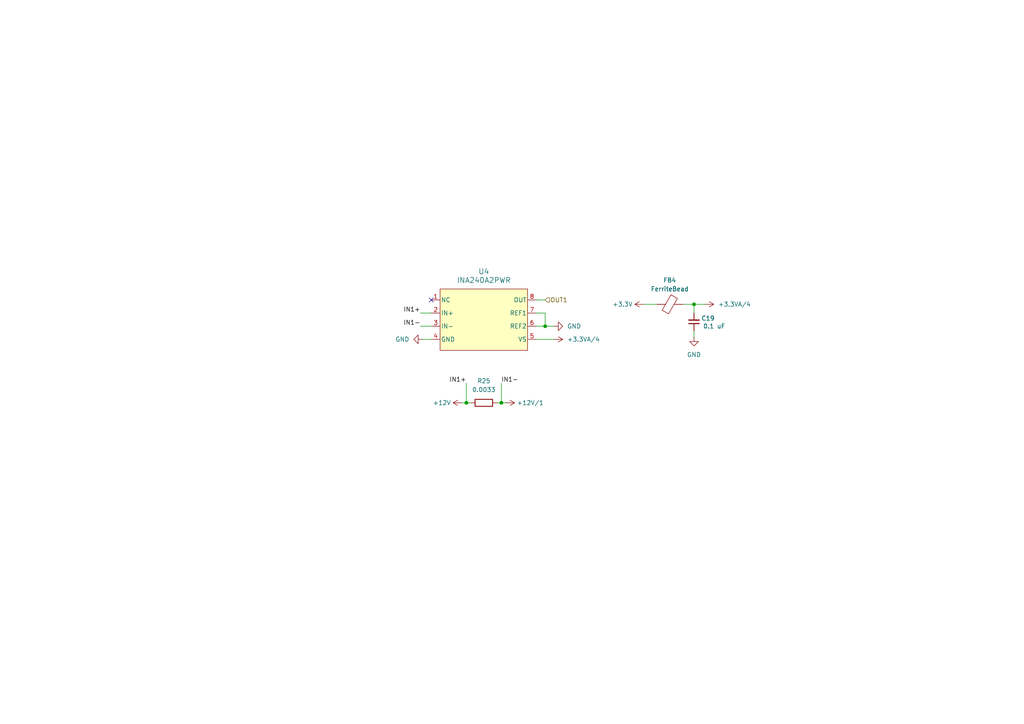
<source format=kicad_sch>
(kicad_sch (version 20231120) (generator "eeschema") (generator_version "8.0")
  (paper "A4")
  (lib_symbols
    (symbol "Device:C_Small" (pin_numbers hide) (pin_names (offset 0.254) hide)
      (property "Reference" "C" (at 0.254 1.778 0))
      (property "Value" "C_Small" (at 0.254 -2.032 0))
      (symbol "C_Small_0_1"
        (polyline (pts (xy -1.524 -0.508) (xy 1.524 -0.508)) (stroke (width 0.3302)))
        (polyline (pts (xy -1.524 0.508) (xy 1.524 0.508)) (stroke (width 0.3048)))
      )
      (symbol "C_Small_1_1"
        (pin passive line (at 0 2.54 270) (length 2.032) (name "~") (number "1"))
        (pin passive line (at 0 -2.54 90) (length 2.032) (name "~") (number "2"))
      )
    )
    (symbol "Device:FerriteBead" (pin_numbers hide) (pin_names (offset 0))
      (property "Reference" "FB" (at -3.81 0.635 90))
      (property "Value" "FerriteBead" (at 3.81 0 90))
      (symbol "FerriteBead_0_1"
        (polyline (pts (xy 0 -1.27) (xy 0 -1.2192)))
        (polyline (pts (xy 0 1.27) (xy 0 1.2954)))
        (polyline (pts (xy -2.7686 0.4064) (xy -1.7018 2.2606) (xy 2.7686 -0.3048) (xy 1.6764 -2.159) (xy -2.7686 0.4064)))
      )
      (symbol "FerriteBead_1_1"
        (pin passive line (at 0 3.81 270) (length 2.54) (name "~") (number "1"))
        (pin passive line (at 0 -3.81 90) (length 2.54) (name "~") (number "2"))
      )
    )
    (symbol "Device:R" (pin_numbers hide) (pin_names (offset 0))
      (property "Reference" "R" (at 2.032 0 90))
      (property "Value" "R" (at 0 0 90))
      (symbol "R_0_1"
        (rectangle (start -1.016 -2.54) (end 1.016 2.54) (stroke (width 0.254)))
      )
      (symbol "R_1_1"
        (pin passive line (at 0 3.81 270) (length 1.27) (name "~") (number "1"))
        (pin passive line (at 0 -3.81 90) (length 1.27) (name "~") (number "2"))
      )
    )
    (symbol "INA240A2PWR:INA240A2PWR" (pin_names (offset 0.254))
      (property "Reference" "U" (at 20.32 10.16 0))
      (property "Value" "INA240A2PWR" (at 20.32 7.62 0))
      (symbol "INA240A2PWR_1_1"
        (rectangle (start 7.62 5.08) (end 33.02 -12.7) (fill (type background)))
        (pin unspecified line (at 5.08 1.905 0) (length 2.54) (name "NC") (number "1"))
        (pin input line (at 5.08 -1.905 0) (length 2.54) (name "IN+") (number "2"))
        (pin input line (at 5.08 -5.715 0) (length 2.54) (name "IN-") (number "3"))
        (pin power_in line (at 5.08 -9.525 0) (length 2.54) (name "GND") (number "4"))
        (pin power_in line (at 35.56 -9.525 180) (length 2.54) (name "VS") (number "5"))
        (pin input line (at 35.56 -5.715 180) (length 2.54) (name "REF2") (number "6"))
        (pin input line (at 35.56 -1.905 180) (length 2.54) (name "REF1") (number "7"))
        (pin output line (at 35.56 1.905 180) (length 2.54) (name "OUT") (number "8"))
      )
    )
    (symbol "power:+12V" (power) (pin_numbers hide) (pin_names (offset 0) hide)
      (property "Value" "+12V" (at 0 3.556 0))
      (symbol "+12V_0_1"
        (polyline (pts (xy -0.762 1.27) (xy 0 2.54)))
        (polyline (pts (xy 0 0) (xy 0 2.54)))
        (polyline (pts (xy 0 2.54) (xy 0.762 1.27)))
      )
      (symbol "+12V_1_1"
        (pin power_in line (at 0 0 90) (length 0) (name "~") (number "1"))
      )
    )
    (symbol "power:+3.3V" (power) (pin_numbers hide) (pin_names (offset 0) hide)
      (property "Value" "+3.3V" (at 0 3.556 0))
      (symbol "+3.3V_0_1"
        (polyline (pts (xy -0.762 1.27) (xy 0 2.54)))
        (polyline (pts (xy 0 0) (xy 0 2.54)))
        (polyline (pts (xy 0 2.54) (xy 0.762 1.27)))
      )
      (symbol "+3.3V_1_1"
        (pin power_in line (at 0 0 90) (length 0) (name "~") (number "1"))
      )
    )
    (symbol "power:+48V" (power) (pin_numbers hide) (pin_names (offset 0) hide)
      (property "Value" "+48V" (at 0 3.556 0))
      (symbol "+48V_0_1"
        (polyline (pts (xy -0.762 1.27) (xy 0 2.54)))
        (polyline (pts (xy 0 0) (xy 0 2.54)))
        (polyline (pts (xy 0 2.54) (xy 0.762 1.27)))
      )
      (symbol "+48V_1_1"
        (pin power_in line (at 0 0 90) (length 0) (name "~") (number "1"))
      )
    )
    (symbol "power:GND" (power) (pin_numbers hide) (pin_names (offset 0) hide)
      (property "Value" "GND" (at 0 -3.81 0))
      (symbol "GND_0_1"
        (polyline (pts (xy 0 0) (xy 0 -1.27) (xy 1.27 -1.27) (xy 0 -2.54) (xy -1.27 -1.27) (xy 0 -1.27)))
      )
      (symbol "GND_1_1"
        (pin power_in line (at 0 0 270) (length 0) (name "~") (number "1"))
      )
    )
  )
  (junction (at 158.115 94.615))
  (junction (at 135.255 116.84))
  (junction (at 201.295 88.265))
  (junction (at 145.415 116.84))
  (no_connect (at 125.095 86.995))
  (wire (pts (xy 201.295 95.885) (xy 201.295 97.79)))
  (wire (pts (xy 158.115 90.805) (xy 158.115 94.615)))
  (wire (pts (xy 155.575 90.805) (xy 158.115 90.805)))
  (wire (pts (xy 122.555 98.425) (xy 125.095 98.425)))
  (wire (pts (xy 201.295 88.265) (xy 204.47 88.265)))
  (wire (pts (xy 144.145 116.84) (xy 145.415 116.84)))
  (wire (pts (xy 158.115 94.615) (xy 160.655 94.615)))
  (wire (pts (xy 121.92 90.805) (xy 125.095 90.805)))
  (wire (pts (xy 145.415 111.125) (xy 145.415 116.84)))
  (wire (pts (xy 155.575 94.615) (xy 158.115 94.615)))
  (wire (pts (xy 155.575 98.425) (xy 160.655 98.425)))
  (wire (pts (xy 135.255 116.84) (xy 136.525 116.84)))
  (wire (pts (xy 145.415 116.84) (xy 146.685 116.84)))
  (wire (pts (xy 201.295 90.805) (xy 201.295 88.265)))
  (wire (pts (xy 135.255 111.125) (xy 135.255 116.84)))
  (wire (pts (xy 121.92 94.615) (xy 125.095 94.615)))
  (wire (pts (xy 186.69 88.265) (xy 190.5 88.265)))
  (wire (pts (xy 201.295 88.265) (xy 198.12 88.265)))
  (wire (pts (xy 133.985 116.84) (xy 135.255 116.84)))
  (wire (pts (xy 155.575 86.995) (xy 158.115 86.995)))
  (label "IN1-" (at 145.415 111.125 0))
  (label "IN1+" (at 135.255 111.125 180))
  (label "IN1-" (at 121.92 94.615 180))
  (label "IN1+" (at 121.92 90.805 180))
  (hierarchical_label "OUT1" (shape input) (at 158.115 86.995 0))
  (symbol (lib_id "Device:C_Small") (at 201.295 93.345 180) (unit 1)
    (property "Reference" "C19" (at 205.359 92.329 0))
    (property "Value" "0.1 uF" (at 207.137 94.615 0))
    (property "Footprint" "0805 Ceramic Capacitor:CAPC2012X140N" (effects (hide yes)))
    (property "Datasheet" "https://content.kemet.com/datasheets/KEM_C1023_X7R_AUTO_SMD.pdf" (effects (hide yes)))
    (property "Description" "0.1 uF 0805 Ceramic Capacitor - Automotive, Bypass, Decoupling" (effects (hide yes)))
    (property "Mfr." "KEMET" (effects (hide yes)))
    (property "Part #" "C0805C104J5RACAUTO" (effects (hide yes)))
    (property "Price" "$0.109" (effects (hide yes)))
    (property "Order Link" "https://www.digikey.com/en/products/detail/kemet/C0805C104J5RACAUTO/3314919" (effects (hide yes)))
  )
  (symbol (lib_id "power:GND") (at 201.295 97.79 0) (unit 1)
    (property "Reference" "#PWR057" (effects (hide yes)))
    (property "Value" "GND" (at 201.295 102.87 0))
    (property "Description" "Power symbol creates a global label with name \"GND\" , ground" (effects (hide yes)))
  )
  (symbol (lib_id "power:+12V") (at 146.685 116.84 270) (unit 1)
    (property "Reference" "#PWR014" (effects (hide yes)))
    (property "Value" "+12V/1" (at 153.797 116.84 90))
    (property "Description" "Power symbol creates a global label with name \"+12V\"" (effects (hide yes)))
  )
  (symbol (lib_id "power:GND") (at 160.655 94.615 90) (unit 1)
    (property "Reference" "#PWR061" (effects (hide yes)))
    (property "Value" "GND" (at 164.465 94.6149 90) (effects (justify right)))
    (property "Description" "Power symbol creates a global label with name \"GND\" , ground" (effects (hide yes)))
  )
  (symbol (lib_id "power:+48V") (at 133.985 116.84 90) (unit 1)
    (property "Reference" "#PWR013" (effects (hide yes)))
    (property "Value" "+12V" (at 130.81 116.8399 90) (effects (justify left)))
    (property "Description" "Power symbol creates a global label with name \"+48V\"" (effects (hide yes)))
  )
  (symbol (lib_id "Device:FerriteBead") (at 194.31 88.265 90) (unit 1)
    (property "Reference" "FB4" (at 194.2592 81.28 90))
    (property "Value" "FerriteBead" (at 194.2592 83.82 90))
    (property "Footprint" "MPZ2012S102ATD25:BEADC2012X105N" (effects (hide yes)))
    (property "Datasheet" "https://product.tdk.com/en/system/files/dam/doc/product/emc/emc/beads/catalog/beads_automotive_power_mpz2012_en.pdf" (effects (hide yes)))
    (property "Description" "FERRITE BEAD 1 KOHM 0805 1LN" (effects (hide yes)))
    (property "Mfr." "TDK Corporation" (effects (hide yes)))
    (property "Part #" "MPZ2012S102ATD25" (effects (hide yes)))
    (property "Price" "$0.084" (effects (hide yes)))
    (property "Order Link" "https://www.digikey.com/en/products/detail/tdk-corporation/MPZ2012S102ATD25/5040327" (effects (hide yes)))
  )
  (symbol (lib_id "power:+3.3V") (at 186.69 88.265 90) (unit 1)
    (property "Reference" "#PWR056" (effects (hide yes)))
    (property "Value" "+3.3V" (at 183.515 88.2649 90) (effects (justify left)))
    (property "Description" "Power symbol creates a global label with name \"+3.3V\"" (effects (hide yes)))
  )
  (symbol (lib_id "power:GND") (at 122.555 98.425 270) (unit 1)
    (property "Reference" "#PWR055" (effects (hide yes)))
    (property "Value" "GND" (at 118.745 98.4249 90) (effects (justify right)))
    (property "Description" "Power symbol creates a global label with name \"GND\" , ground" (effects (hide yes)))
  )
  (symbol (lib_id "INA240A2PWR:INA240A2PWR") (at 120.015 88.9 0) (unit 1)
    (property "Reference" "U4" (at 140.335 78.74 0) (effects (font (size 1.524 1.524))))
    (property "Value" "INA240A2PWR" (at 140.335 81.28 0) (effects (font (size 1.524 1.524))))
    (property "Footprint" "INA240A2PWR:PW0008A_M" (effects (hide yes)))
    (property "Datasheet" "https://www.ti.com/lit/gpn/ina240" (effects (hide yes)))
    (property "Description" "IC CURR SENSE 1 CIRCUIT 8TSSOP" (effects (hide yes)))
    (property "Mfr." "Texas Instruments" (effects (hide yes)))
    (property "Part #" "INA240A2PWR" (effects (hide yes)))
    (property "Price" "$2.426" (effects (hide yes)))
    (property "Order Link" "https://www.digikey.com/en/products/detail/texas-instruments/INA240A2PWR/6562018" (effects (hide yes)))
  )
  (symbol (lib_id "Device:R") (at 140.335 116.84 90) (unit 1)
    (property "Reference" "R25" (at 140.335 110.49 90))
    (property "Value" "0.0033" (at 140.335 113.03 90))
    (property "Footprint" "WSLP25123L300DEA:RES_VISHAY_WSLP2512_A_VIS" (effects (hide yes)))
    (property "Datasheet" "https://www.vishay.com/docs/30122/wslp.pdf" (effects (hide yes)))
    (property "Description" "RES 0.0033 OHM 0.5% 3W 2512" (effects (hide yes)))
    (property "Mfr." "Vishay Dale" (effects (hide yes)))
    (property "Part #" "WSLP25123L300DEA" (effects (hide yes)))
    (property "Price" "$2.767" (effects (hide yes)))
    (property "Order Link" "https://www.digikey.com/en/products/detail/vishay-dale/WSLP25123L300DEA/9755540" (effects (hide yes)))
  )
  (symbol (lib_id "power:+3.3V") (at 160.655 98.425 270) (unit 1)
    (property "Reference" "#PWR062" (effects (hide yes)))
    (property "Value" "+3.3VA/4" (at 164.465 98.4249 90) (effects (justify left)))
    (property "Description" "Power symbol creates a global label with name \"+3.3V\"" (effects (hide yes)))
  )
  (symbol (lib_id "power:+3.3V") (at 204.47 88.265 270) (unit 1)
    (property "Reference" "#PWR036" (effects (hide yes)))
    (property "Value" "+3.3VA/4" (at 208.28 88.2649 90) (effects (justify left)))
    (property "Description" "Power symbol creates a global label with name \"+3.3V\"" (effects (hide yes)))
  )
)
</source>
